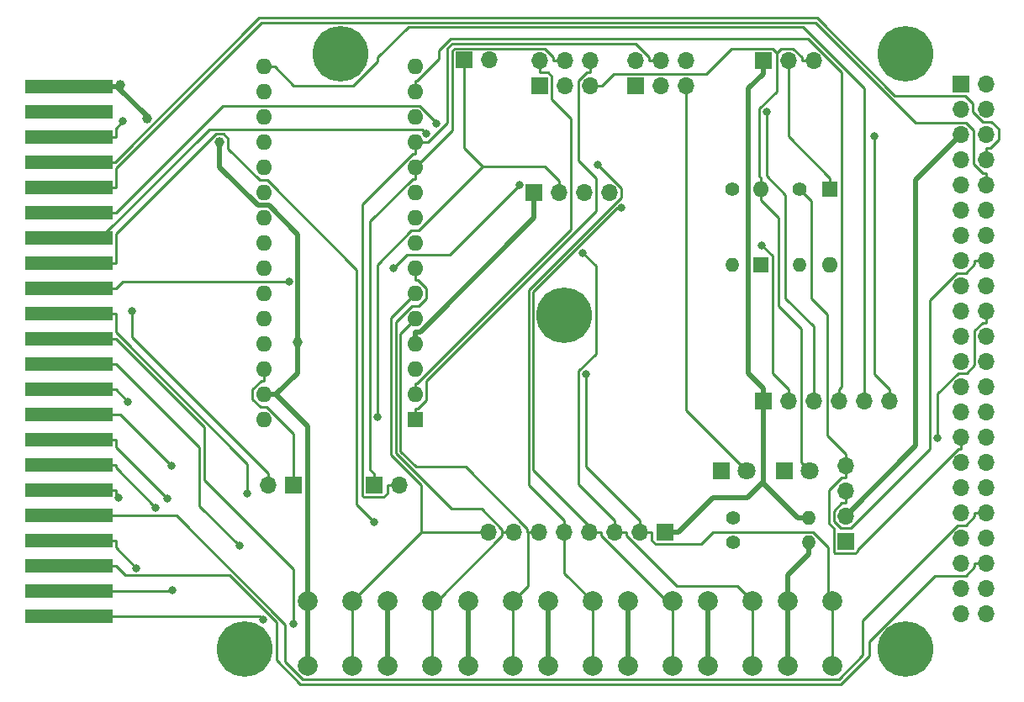
<source format=gbl>
G04 #@! TF.GenerationSoftware,KiCad,Pcbnew,8.0.9-8.0.9-0~ubuntu22.04.1*
G04 #@! TF.CreationDate,2025-06-10T23:15:17+02:00*
G04 #@! TF.ProjectId,comixino,636f6d69-7869-46e6-9f2e-6b696361645f,rev?*
G04 #@! TF.SameCoordinates,Original*
G04 #@! TF.FileFunction,Copper,L2,Bot*
G04 #@! TF.FilePolarity,Positive*
%FSLAX46Y46*%
G04 Gerber Fmt 4.6, Leading zero omitted, Abs format (unit mm)*
G04 Created by KiCad (PCBNEW 8.0.9-8.0.9-0~ubuntu22.04.1) date 2025-06-10 23:15:17*
%MOMM*%
%LPD*%
G01*
G04 APERTURE LIST*
G04 #@! TA.AperFunction,ComponentPad*
%ADD10C,1.400000*%
G04 #@! TD*
G04 #@! TA.AperFunction,ComponentPad*
%ADD11O,1.400000X1.400000*%
G04 #@! TD*
G04 #@! TA.AperFunction,ComponentPad*
%ADD12R,1.800000X1.800000*%
G04 #@! TD*
G04 #@! TA.AperFunction,ComponentPad*
%ADD13C,1.800000*%
G04 #@! TD*
G04 #@! TA.AperFunction,ComponentPad*
%ADD14C,5.600000*%
G04 #@! TD*
G04 #@! TA.AperFunction,ComponentPad*
%ADD15C,2.000000*%
G04 #@! TD*
G04 #@! TA.AperFunction,ComponentPad*
%ADD16R,1.600000X1.600000*%
G04 #@! TD*
G04 #@! TA.AperFunction,ComponentPad*
%ADD17O,1.600000X1.600000*%
G04 #@! TD*
G04 #@! TA.AperFunction,ComponentPad*
%ADD18R,1.700000X1.700000*%
G04 #@! TD*
G04 #@! TA.AperFunction,ComponentPad*
%ADD19O,1.700000X1.700000*%
G04 #@! TD*
G04 #@! TA.AperFunction,ConnectorPad*
%ADD20R,8.890000X1.397000*%
G04 #@! TD*
G04 #@! TA.AperFunction,ViaPad*
%ADD21C,0.800000*%
G04 #@! TD*
G04 #@! TA.AperFunction,ViaPad*
%ADD22C,1.000000*%
G04 #@! TD*
G04 #@! TA.AperFunction,Conductor*
%ADD23C,0.250000*%
G04 #@! TD*
G04 #@! TA.AperFunction,Conductor*
%ADD24C,0.500000*%
G04 #@! TD*
G04 APERTURE END LIST*
D10*
X135650000Y-109550000D03*
D11*
X143270000Y-109550000D03*
D10*
X135670000Y-107050000D03*
D11*
X143290000Y-107050000D03*
D12*
X140800000Y-102350000D03*
D13*
X143340000Y-102350000D03*
D12*
X134450000Y-102350000D03*
D13*
X136990000Y-102350000D03*
D14*
X96100000Y-60350000D03*
D15*
X121475000Y-115450000D03*
X121475000Y-121950000D03*
X116975000Y-115450000D03*
X116975000Y-121950000D03*
X113416700Y-115450000D03*
X113416700Y-121950000D03*
X108916700Y-115450000D03*
X108916700Y-121950000D03*
X105358300Y-115450000D03*
X105358300Y-121950000D03*
X100858300Y-115450000D03*
X100858300Y-121950000D03*
X137591700Y-115450000D03*
X137591700Y-121950000D03*
X133091700Y-115450000D03*
X133091700Y-121950000D03*
D14*
X86400000Y-120250000D03*
D16*
X138450000Y-81560000D03*
D17*
X138450000Y-73940000D03*
D16*
X103590000Y-97180000D03*
D17*
X103590000Y-94640000D03*
X103590000Y-92100000D03*
X103590000Y-89560000D03*
X103590000Y-87020000D03*
X103590000Y-84480000D03*
X103590000Y-81940000D03*
X103590000Y-79400000D03*
X103590000Y-76860000D03*
X103590000Y-74320000D03*
X103590000Y-71780000D03*
X103590000Y-69240000D03*
X103590000Y-66700000D03*
X103590000Y-64160000D03*
X103590000Y-61620000D03*
X88350000Y-61620000D03*
X88350000Y-64160000D03*
X88350000Y-66700000D03*
X88350000Y-69240000D03*
X88350000Y-71780000D03*
X88350000Y-74320000D03*
X88350000Y-76860000D03*
X88350000Y-79400000D03*
X88350000Y-81940000D03*
X88350000Y-84480000D03*
X88350000Y-87020000D03*
X88350000Y-89560000D03*
X88350000Y-92100000D03*
X88350000Y-94640000D03*
X88350000Y-97180000D03*
D18*
X125770000Y-63550000D03*
D19*
X125770000Y-61010000D03*
X128310000Y-63550000D03*
X128310000Y-61010000D03*
X130850000Y-63550000D03*
X130850000Y-61010000D03*
D14*
X152950000Y-60350000D03*
D15*
X97300000Y-115450000D03*
X97300000Y-121950000D03*
X92800000Y-115450000D03*
X92800000Y-121950000D03*
D18*
X138635000Y-61025000D03*
D19*
X141175000Y-61025000D03*
X143715000Y-61025000D03*
D15*
X145650000Y-115450000D03*
X145650000Y-121950000D03*
X141150000Y-115450000D03*
X141150000Y-121950000D03*
D10*
X142340000Y-73940000D03*
D11*
X142340000Y-81560000D03*
D18*
X146950000Y-109420000D03*
D19*
X146950000Y-106880000D03*
X146950000Y-104340000D03*
X146950000Y-101800000D03*
D10*
X135540000Y-73940000D03*
D11*
X135540000Y-81560000D03*
D18*
X128800000Y-108500000D03*
D19*
X126260000Y-108500000D03*
X123720000Y-108500000D03*
X121180000Y-108500000D03*
X118640000Y-108500000D03*
X116100000Y-108500000D03*
X113560000Y-108500000D03*
X111020000Y-108500000D03*
D14*
X152950000Y-120250000D03*
D18*
X116160000Y-63575000D03*
D19*
X116160000Y-61035000D03*
X118700000Y-63575000D03*
X118700000Y-61035000D03*
X121240000Y-63575000D03*
X121240000Y-61035000D03*
D15*
X129533300Y-115450000D03*
X129533300Y-121950000D03*
X125033300Y-115450000D03*
X125033300Y-121950000D03*
D14*
X118620000Y-86650000D03*
D16*
X145400000Y-73980000D03*
D17*
X145400000Y-81600000D03*
D18*
X99450000Y-103750000D03*
D19*
X101990000Y-103750000D03*
D18*
X138650000Y-95300000D03*
D19*
X141190000Y-95300000D03*
X143730000Y-95300000D03*
X146270000Y-95300000D03*
X148810000Y-95300000D03*
X151350000Y-95300000D03*
D18*
X158600000Y-63340000D03*
D19*
X161140000Y-63340000D03*
X158600000Y-65880000D03*
X161140000Y-65880000D03*
X158600000Y-68420000D03*
X161140000Y-68420000D03*
X158600000Y-70960000D03*
X161140000Y-70960000D03*
X158600000Y-73500000D03*
X161140000Y-73500000D03*
X158600000Y-76040000D03*
X161140000Y-76040000D03*
X158600000Y-78580000D03*
X161140000Y-78580000D03*
X158600000Y-81120000D03*
X161140000Y-81120000D03*
X158600000Y-83660000D03*
X161140000Y-83660000D03*
X158600000Y-86200000D03*
X161140000Y-86200000D03*
X158600000Y-88740000D03*
X161140000Y-88740000D03*
X158600000Y-91280000D03*
X161140000Y-91280000D03*
X158600000Y-93820000D03*
X161140000Y-93820000D03*
X158600000Y-96360000D03*
X161140000Y-96360000D03*
X158600000Y-98900000D03*
X161140000Y-98900000D03*
X158600000Y-101440000D03*
X161140000Y-101440000D03*
X158600000Y-103980000D03*
X161140000Y-103980000D03*
X158600000Y-106520000D03*
X161140000Y-106520000D03*
X158600000Y-109060000D03*
X161140000Y-109060000D03*
X158600000Y-111600000D03*
X161140000Y-111600000D03*
X158600000Y-114140000D03*
X161140000Y-114140000D03*
X158600000Y-116680000D03*
X161140000Y-116680000D03*
D18*
X108560000Y-60950000D03*
D19*
X111100000Y-60950000D03*
D18*
X115550000Y-74300000D03*
D19*
X118090000Y-74300000D03*
X120630000Y-74300000D03*
X123170000Y-74300000D03*
D18*
X91340000Y-103750000D03*
D19*
X88800000Y-103750000D03*
D20*
X68699400Y-63627100D03*
X68699400Y-66167100D03*
X68699400Y-68707100D03*
X68699400Y-71247100D03*
X68699400Y-73787100D03*
X68699400Y-76327100D03*
X68699400Y-78867100D03*
X68699400Y-81407100D03*
X68699400Y-83947100D03*
X68699400Y-86487100D03*
X68699400Y-89027100D03*
X68699400Y-91567100D03*
X68699400Y-94107100D03*
X68699400Y-96647100D03*
X68699400Y-99187100D03*
X68699400Y-101727100D03*
X68699400Y-104267100D03*
X68699400Y-106807100D03*
X68699400Y-109347100D03*
X68699400Y-111887100D03*
X68699400Y-114427100D03*
X68699400Y-116967100D03*
D21*
X99794200Y-96877700D03*
X138544800Y-79584800D03*
X122018600Y-71462900D03*
X120488000Y-80347500D03*
X124377900Y-75846900D03*
X149817000Y-68606900D03*
X138993300Y-66161800D03*
X114097100Y-73562400D03*
X101436100Y-81893400D03*
X120816400Y-92577200D03*
X99474400Y-107491600D03*
X75084500Y-86190900D03*
X75550700Y-112116100D03*
X88309600Y-117284300D03*
X74700900Y-95338500D03*
X156195400Y-99020900D03*
X86722900Y-104635700D03*
X77482600Y-106009300D03*
X85902200Y-109883100D03*
X91350700Y-117741400D03*
X90887400Y-83266100D03*
X104731000Y-68376600D03*
X74159000Y-67129100D03*
X79064400Y-101816200D03*
X105756600Y-67351100D03*
X79135300Y-114364100D03*
X73774600Y-105048000D03*
X78670600Y-105106800D03*
D22*
X73890900Y-63478900D03*
X76586200Y-66859000D03*
X83926700Y-69200400D03*
X91779600Y-89344800D03*
D23*
X116160000Y-61035000D02*
X116160000Y-62210100D01*
X103590000Y-94640000D02*
X103590000Y-93514900D01*
X103766400Y-93514900D02*
X103590000Y-93514900D01*
X119270100Y-78011200D02*
X103766400Y-93514900D01*
X119270100Y-66807400D02*
X119270100Y-78011200D01*
X117335100Y-64872400D02*
X119270100Y-66807400D01*
X117335100Y-62577300D02*
X117335100Y-64872400D01*
X116967900Y-62210100D02*
X117335100Y-62577300D01*
X116160000Y-62210100D02*
X116967900Y-62210100D01*
X118090000Y-74300000D02*
X118090000Y-73124900D01*
X108560000Y-60950000D02*
X108560000Y-62125100D01*
X116622400Y-71657300D02*
X110401600Y-71657300D01*
X118090000Y-73124900D02*
X116622400Y-71657300D01*
X108560000Y-69815700D02*
X110401600Y-71657300D01*
X108560000Y-62125100D02*
X108560000Y-69815700D01*
X139575200Y-92510100D02*
X141190000Y-94124900D01*
X139575200Y-80615200D02*
X139575200Y-92510100D01*
X138544800Y-79584800D02*
X139575200Y-80615200D01*
X141190000Y-95300000D02*
X141190000Y-94124900D01*
X103928900Y-78130000D02*
X110401600Y-71657300D01*
X103196900Y-78130000D02*
X103928900Y-78130000D01*
X99794200Y-81532700D02*
X103196900Y-78130000D01*
X99794200Y-96877700D02*
X99794200Y-81532700D01*
X121475000Y-121950000D02*
X121475000Y-115450000D01*
X118640000Y-112615000D02*
X121475000Y-115450000D01*
X118640000Y-108500000D02*
X118640000Y-112615000D01*
X118640000Y-108500000D02*
X118640000Y-107324900D01*
X124380500Y-73824800D02*
X122018600Y-71462900D01*
X124380500Y-74772400D02*
X124380500Y-73824800D01*
X115044600Y-84108300D02*
X124380500Y-74772400D01*
X115044600Y-103729500D02*
X115044600Y-84108300D01*
X118640000Y-107324900D02*
X115044600Y-103729500D01*
X128310000Y-61010000D02*
X127134900Y-61010000D01*
X103356800Y-70365100D02*
X103590000Y-70365100D01*
X98274900Y-75447000D02*
X103356800Y-70365100D01*
X98274900Y-104792500D02*
X98274900Y-75447000D01*
X98407600Y-104925200D02*
X98274900Y-104792500D01*
X100447600Y-104925200D02*
X98407600Y-104925200D01*
X100814900Y-104557900D02*
X100447600Y-104925200D01*
X100814900Y-103750000D02*
X100814900Y-104557900D01*
X101990000Y-103750000D02*
X100814900Y-103750000D01*
X103590000Y-69240000D02*
X103590000Y-70365100D01*
X104893400Y-69240000D02*
X103590000Y-69240000D01*
X106875200Y-67258200D02*
X104893400Y-69240000D01*
X106875200Y-59763500D02*
X106875200Y-67258200D01*
X107357000Y-59281700D02*
X106875200Y-59763500D01*
X125773800Y-59281700D02*
X107357000Y-59281700D01*
X127134900Y-60642800D02*
X125773800Y-59281700D01*
X127134900Y-61010000D02*
X127134900Y-60642800D01*
X137591700Y-121950000D02*
X137591700Y-115450000D01*
X124895100Y-108865300D02*
X124895100Y-108500000D01*
X129931400Y-113901600D02*
X124895100Y-108865300D01*
X136043300Y-113901600D02*
X129931400Y-113901600D01*
X137591700Y-115450000D02*
X136043300Y-113901600D01*
X123720000Y-108500000D02*
X123720000Y-107324900D01*
X120077000Y-103681900D02*
X123720000Y-107324900D01*
X120077000Y-92253900D02*
X120077000Y-103681900D01*
X121804000Y-90526900D02*
X120077000Y-92253900D01*
X121804000Y-81663500D02*
X121804000Y-90526900D01*
X120488000Y-80347500D02*
X121804000Y-81663500D01*
X123720000Y-108500000D02*
X124895100Y-108500000D01*
X103356800Y-72905100D02*
X103590000Y-72905100D01*
X99060500Y-77201400D02*
X103356800Y-72905100D01*
X99060500Y-102185400D02*
X99060500Y-77201400D01*
X99450000Y-102574900D02*
X99060500Y-102185400D01*
X99450000Y-103750000D02*
X99450000Y-102574900D01*
X103590000Y-71780000D02*
X103590000Y-72905100D01*
X107384900Y-67985100D02*
X103590000Y-71780000D01*
X107384900Y-59961400D02*
X107384900Y-67985100D01*
X107571500Y-59774800D02*
X107384900Y-59961400D01*
X116631900Y-59774800D02*
X107571500Y-59774800D01*
X117524900Y-60667800D02*
X116631900Y-59774800D01*
X117524900Y-61035000D02*
X117524900Y-60667800D01*
X118700000Y-61035000D02*
X117524900Y-61035000D01*
X103871400Y-96054900D02*
X103590000Y-96054900D01*
X104715100Y-95211200D02*
X103871400Y-96054900D01*
X104715100Y-93276800D02*
X104715100Y-95211200D01*
X121805800Y-76186100D02*
X104715100Y-93276800D01*
X121805800Y-72839400D02*
X121805800Y-76186100D01*
X120058200Y-71091800D02*
X121805800Y-72839400D01*
X120058200Y-63024700D02*
X120058200Y-71091800D01*
X120872800Y-62210100D02*
X120058200Y-63024700D01*
X121240000Y-62210100D02*
X120872800Y-62210100D01*
X121240000Y-61035000D02*
X121240000Y-62210100D01*
X103590000Y-97180000D02*
X103590000Y-96054900D01*
X128937900Y-115450000D02*
X129533300Y-115450000D01*
X122355100Y-108867200D02*
X128937900Y-115450000D01*
X122355100Y-108500000D02*
X122355100Y-108867200D01*
X129533300Y-115450000D02*
X129533300Y-121950000D01*
X121180000Y-108500000D02*
X121767600Y-108500000D01*
X121767600Y-108500000D02*
X122355100Y-108500000D01*
X123942700Y-75846900D02*
X124377900Y-75846900D01*
X115494800Y-84294800D02*
X123942700Y-75846900D01*
X115494800Y-102227200D02*
X115494800Y-84294800D01*
X121767600Y-108500000D02*
X115494800Y-102227200D01*
X151350000Y-95300000D02*
X151350000Y-94124900D01*
X149817000Y-92591900D02*
X149817000Y-68606900D01*
X151350000Y-94124900D02*
X149817000Y-92591900D01*
X113560000Y-108500000D02*
X112384900Y-108500000D01*
X103590000Y-81940000D02*
X103590000Y-83065100D01*
X103871300Y-83065100D02*
X103590000Y-83065100D01*
X104756900Y-83950700D02*
X103871300Y-83065100D01*
X104756900Y-84977300D02*
X104756900Y-83950700D01*
X103984200Y-85750000D02*
X104756900Y-84977300D01*
X103263300Y-85750000D02*
X103984200Y-85750000D01*
X101665300Y-87348000D02*
X103263300Y-85750000D01*
X101665300Y-100510000D02*
X101665300Y-87348000D01*
X107305200Y-106149900D02*
X101665300Y-100510000D01*
X110339100Y-106149900D02*
X107305200Y-106149900D01*
X112384900Y-108195700D02*
X110339100Y-106149900D01*
X112384900Y-108500000D02*
X112384900Y-108195700D01*
X105796900Y-115450000D02*
X105358300Y-115450000D01*
X112384900Y-108862000D02*
X105796900Y-115450000D01*
X112384900Y-108500000D02*
X112384900Y-108862000D01*
X105358300Y-115450000D02*
X105358300Y-121950000D01*
X148810000Y-95300000D02*
X148810000Y-94124900D01*
X88350000Y-61620000D02*
X89475100Y-61620000D01*
X148810000Y-63780300D02*
X148810000Y-94124900D01*
X142644500Y-57614800D02*
X148810000Y-63780300D01*
X102915100Y-57614800D02*
X142644500Y-57614800D01*
X99834900Y-60695000D02*
X102915100Y-57614800D01*
X99834900Y-61042600D02*
X99834900Y-60695000D01*
X97362900Y-63514600D02*
X99834900Y-61042600D01*
X91369700Y-63514600D02*
X97362900Y-63514600D01*
X89475100Y-61620000D02*
X91369700Y-63514600D01*
X138993300Y-72589600D02*
X138993300Y-66161800D01*
X140907500Y-74503800D02*
X138993300Y-72589600D01*
X140907500Y-84949400D02*
X140907500Y-74503800D01*
X143730000Y-87771900D02*
X140907500Y-84949400D01*
X143730000Y-95300000D02*
X143730000Y-87771900D01*
X113416700Y-121950000D02*
X113416700Y-115450000D01*
X116100000Y-108500000D02*
X114935700Y-108500000D01*
X114925000Y-108489300D02*
X114935700Y-108500000D01*
X114924900Y-108489300D02*
X114925000Y-108489300D01*
X114924900Y-108132800D02*
X114924900Y-108489300D01*
X108691500Y-101899400D02*
X114924900Y-108132800D01*
X103691400Y-101899400D02*
X108691500Y-101899400D01*
X102115500Y-100323500D02*
X103691400Y-101899400D01*
X102115500Y-88494500D02*
X102115500Y-100323500D01*
X103590000Y-87020000D02*
X102115500Y-88494500D01*
X114935700Y-113931000D02*
X113416700Y-115450000D01*
X114935700Y-108500000D02*
X114935700Y-113931000D01*
D24*
X154020400Y-99809600D02*
X146950000Y-106880000D01*
X154020400Y-72999600D02*
X154020400Y-99809600D01*
X158600000Y-68420000D02*
X154020400Y-72999600D01*
D23*
X146270000Y-95300000D02*
X146270000Y-94124900D01*
X103590000Y-64160000D02*
X103590000Y-63034900D01*
X103823100Y-63034900D02*
X103590000Y-63034900D01*
X105991800Y-60866200D02*
X103823100Y-63034900D01*
X105991800Y-59980200D02*
X105991800Y-60866200D01*
X107190300Y-58781700D02*
X105991800Y-59980200D01*
X143169100Y-58781700D02*
X107190300Y-58781700D01*
X146525200Y-62137800D02*
X143169100Y-58781700D01*
X146525200Y-93869700D02*
X146525200Y-62137800D01*
X146270000Y-94124900D02*
X146525200Y-93869700D01*
X107134300Y-80525200D02*
X114097100Y-73562400D01*
X102804300Y-80525200D02*
X107134300Y-80525200D01*
X101436100Y-81893400D02*
X102804300Y-80525200D01*
X145650000Y-121950000D02*
X145650000Y-115450000D01*
X126260000Y-108500000D02*
X127435100Y-108500000D01*
X120816400Y-101881300D02*
X120816400Y-92577200D01*
X126260000Y-107324900D02*
X120816400Y-101881300D01*
X126260000Y-108500000D02*
X126260000Y-107324900D01*
X127435100Y-109307900D02*
X127435100Y-108500000D01*
X127802400Y-109675200D02*
X127435100Y-109307900D01*
X132435400Y-109675200D02*
X127802400Y-109675200D01*
X133636400Y-108474200D02*
X132435400Y-109675200D01*
X143669200Y-108474200D02*
X133636400Y-108474200D01*
X145199900Y-110004900D02*
X143669200Y-108474200D01*
X145199900Y-114999900D02*
X145199900Y-110004900D01*
X145650000Y-115450000D02*
X145199900Y-114999900D01*
X88116800Y-93225100D02*
X88350000Y-93225100D01*
X87208500Y-94133400D02*
X88116800Y-93225100D01*
X87208500Y-95090100D02*
X87208500Y-94133400D01*
X88028400Y-95910000D02*
X87208500Y-95090100D01*
X88672400Y-95910000D02*
X88028400Y-95910000D01*
X91340000Y-98577600D02*
X88672400Y-95910000D01*
X91340000Y-103750000D02*
X91340000Y-98577600D01*
X88350000Y-92100000D02*
X88350000Y-93225100D01*
X97300000Y-115450000D02*
X97300000Y-121950000D01*
X111020000Y-108500000D02*
X110432500Y-108500000D01*
X101192900Y-86877100D02*
X103590000Y-84480000D01*
X101192900Y-100677400D02*
X101192900Y-86877100D01*
X104250000Y-103734500D02*
X101192900Y-100677400D01*
X104250000Y-108500000D02*
X104250000Y-103734500D01*
X97300000Y-115450000D02*
X104250000Y-108500000D01*
X104250000Y-108500000D02*
X110432500Y-108500000D01*
X138450000Y-73940000D02*
X138450000Y-75065100D01*
X143715000Y-61025000D02*
X142539900Y-61025000D01*
X138450000Y-73940000D02*
X138450000Y-72814900D01*
X140433000Y-59796900D02*
X139999800Y-60230100D01*
X141679000Y-59796900D02*
X140433000Y-59796900D01*
X142539900Y-60657800D02*
X141679000Y-59796900D01*
X142539900Y-61025000D02*
X142539900Y-60657800D01*
X139619500Y-59849800D02*
X139999800Y-60230100D01*
X135467800Y-59849800D02*
X139619500Y-59849800D01*
X132942800Y-62374800D02*
X135467800Y-59849800D01*
X123615300Y-62374800D02*
X132942800Y-62374800D01*
X122415100Y-63575000D02*
X123615300Y-62374800D01*
X121240000Y-63575000D02*
X122415100Y-63575000D01*
X140214800Y-76829900D02*
X138450000Y-75065100D01*
X140214800Y-85721200D02*
X140214800Y-76829900D01*
X142460000Y-87966400D02*
X140214800Y-85721200D01*
X142460000Y-101470000D02*
X142460000Y-87966400D01*
X143340000Y-102350000D02*
X142460000Y-101470000D01*
X138268200Y-72633100D02*
X138450000Y-72814900D01*
X138268200Y-65861500D02*
X138268200Y-72633100D01*
X139999800Y-64129900D02*
X138268200Y-65861500D01*
X139999800Y-60230100D02*
X139999800Y-64129900D01*
X141175000Y-61025000D02*
X141175000Y-62200100D01*
X130850000Y-63550000D02*
X130850000Y-64725100D01*
X130850000Y-96210000D02*
X130850000Y-64725100D01*
X136990000Y-102350000D02*
X130850000Y-96210000D01*
X141175000Y-68629900D02*
X145400000Y-72854900D01*
X141175000Y-62200100D02*
X141175000Y-68629900D01*
X145400000Y-73980000D02*
X145400000Y-72854900D01*
X68699400Y-81407100D02*
X73469500Y-81407100D01*
X146950000Y-104340000D02*
X146950000Y-105515100D01*
X161140000Y-81120000D02*
X159964900Y-81120000D01*
X146582800Y-105515100D02*
X146950000Y-105515100D01*
X145758800Y-106339100D02*
X146582800Y-105515100D01*
X145758800Y-107391500D02*
X145758800Y-106339100D01*
X146452100Y-108084800D02*
X145758800Y-107391500D01*
X147453000Y-108084800D02*
X146452100Y-108084800D01*
X155470300Y-100067500D02*
X147453000Y-108084800D01*
X155470300Y-85087800D02*
X155470300Y-100067500D01*
X158168100Y-82390000D02*
X155470300Y-85087800D01*
X159060100Y-82390000D02*
X158168100Y-82390000D01*
X159964900Y-81485200D02*
X159060100Y-82390000D01*
X159964900Y-81120000D02*
X159964900Y-81485200D01*
X97718700Y-105735900D02*
X99474400Y-107491600D01*
X97718700Y-82063400D02*
X97718700Y-105735900D01*
X88705300Y-73050000D02*
X97718700Y-82063400D01*
X87953100Y-73050000D02*
X88705300Y-73050000D01*
X84751800Y-69848700D02*
X87953100Y-73050000D01*
X84751800Y-68833700D02*
X84751800Y-69848700D01*
X84293200Y-68375100D02*
X84751800Y-68833700D01*
X83524200Y-68375100D02*
X84293200Y-68375100D01*
X73469500Y-78429800D02*
X83524200Y-68375100D01*
X73469500Y-81407100D02*
X73469500Y-78429800D01*
X88800000Y-103750000D02*
X88800000Y-102574900D01*
X75084500Y-88859400D02*
X75084500Y-86190900D01*
X88800000Y-102574900D02*
X75084500Y-88859400D01*
X68699400Y-109347100D02*
X73469500Y-109347100D01*
X73469500Y-110034900D02*
X75550700Y-112116100D01*
X73469500Y-109347100D02*
X73469500Y-110034900D01*
X68699400Y-116967100D02*
X73469500Y-116967100D01*
X87992400Y-116967100D02*
X88309600Y-117284300D01*
X73469500Y-116967100D02*
X87992400Y-116967100D01*
X68699400Y-94107100D02*
X73469500Y-94107100D01*
X73469500Y-94107100D02*
X74700900Y-95338500D01*
X161140000Y-86200000D02*
X161140000Y-87375100D01*
X156195400Y-94560300D02*
X156195400Y-99020900D01*
X158300500Y-92455200D02*
X156195400Y-94560300D01*
X159176300Y-92455200D02*
X158300500Y-92455200D01*
X159964900Y-91666600D02*
X159176300Y-92455200D01*
X159964900Y-88182900D02*
X159964900Y-91666600D01*
X160772700Y-87375100D02*
X159964900Y-88182900D01*
X161140000Y-87375100D02*
X160772700Y-87375100D01*
X68699400Y-86487100D02*
X73469500Y-86487100D01*
X86722900Y-101614300D02*
X86722900Y-104635700D01*
X73469500Y-88360900D02*
X86722900Y-101614300D01*
X73469500Y-86487100D02*
X73469500Y-88360900D01*
X68699400Y-101727100D02*
X73469500Y-101727100D01*
X73469500Y-101996200D02*
X77482600Y-106009300D01*
X73469500Y-101727100D02*
X73469500Y-101996200D01*
X81882400Y-99980000D02*
X73469500Y-91567100D01*
X81882400Y-105863300D02*
X81882400Y-99980000D01*
X85902200Y-109883100D02*
X81882400Y-105863300D01*
X68699400Y-91567100D02*
X73469500Y-91567100D01*
X160774700Y-72324900D02*
X161140000Y-72324900D01*
X159870000Y-71420200D02*
X160774700Y-72324900D01*
X159870000Y-68000200D02*
X159870000Y-71420200D01*
X159114600Y-67244800D02*
X159870000Y-68000200D01*
X153992600Y-67244800D02*
X159114600Y-67244800D01*
X143912400Y-57164600D02*
X153992600Y-67244800D01*
X88171300Y-57164600D02*
X143912400Y-57164600D01*
X73469500Y-71866400D02*
X88171300Y-57164600D01*
X73469500Y-73787100D02*
X73469500Y-71866400D01*
X68699400Y-73787100D02*
X73469500Y-73787100D01*
X161140000Y-73500000D02*
X161140000Y-72324900D01*
X68699400Y-89027100D02*
X73469500Y-89027100D01*
X91350700Y-112224400D02*
X91350700Y-117741400D01*
X82332600Y-103206300D02*
X91350700Y-112224400D01*
X82332600Y-97890200D02*
X82332600Y-103206300D01*
X73469500Y-89027100D02*
X82332600Y-97890200D01*
X161140000Y-70960000D02*
X161140000Y-69784900D01*
X73365200Y-71247100D02*
X68699400Y-71247100D01*
X87897900Y-56714400D02*
X73365200Y-71247100D01*
X144098900Y-56714400D02*
X87897900Y-56714400D01*
X151899900Y-64515400D02*
X144098900Y-56714400D01*
X158960400Y-64515400D02*
X151899900Y-64515400D01*
X159775100Y-65330100D02*
X158960400Y-64515400D01*
X159775100Y-66179200D02*
X159775100Y-65330100D01*
X160745900Y-67150000D02*
X159775100Y-66179200D01*
X161632300Y-67150000D02*
X160745900Y-67150000D01*
X162341200Y-67858900D02*
X161632300Y-67150000D01*
X162341200Y-68948900D02*
X162341200Y-67858900D01*
X161505200Y-69784900D02*
X162341200Y-68948900D01*
X161140000Y-69784900D02*
X161505200Y-69784900D01*
X68699400Y-83947100D02*
X73469500Y-83947100D01*
X90887400Y-83266200D02*
X90887400Y-83266100D01*
X74150400Y-83266200D02*
X90887400Y-83266200D01*
X73469500Y-83947100D02*
X74150400Y-83266200D01*
X104279400Y-67925000D02*
X104731000Y-68376600D01*
X82855900Y-67925000D02*
X104279400Y-67925000D01*
X71913800Y-78867100D02*
X82855900Y-67925000D01*
X68699400Y-78867100D02*
X71913800Y-78867100D01*
X68699400Y-68707100D02*
X73469500Y-68707100D01*
X73469500Y-67818600D02*
X74159000Y-67129100D01*
X73469500Y-68707100D02*
X73469500Y-67818600D01*
X73895300Y-96647100D02*
X79064400Y-101816200D01*
X68699400Y-96647100D02*
X73895300Y-96647100D01*
X143505000Y-75105000D02*
X142340000Y-73940000D01*
X143505000Y-84937800D02*
X143505000Y-75105000D01*
X145094800Y-86527600D02*
X143505000Y-84937800D01*
X145094800Y-98769700D02*
X145094800Y-86527600D01*
X146950000Y-100624900D02*
X145094800Y-98769700D01*
X146950000Y-101800000D02*
X146950000Y-100624900D01*
X158600000Y-98900000D02*
X158600000Y-100075100D01*
X146950000Y-101800000D02*
X146950000Y-102975100D01*
X158293700Y-100075100D02*
X158600000Y-100075100D01*
X148125100Y-110243700D02*
X158293700Y-100075100D01*
X148125100Y-110404600D02*
X148125100Y-110243700D01*
X147934500Y-110595200D02*
X148125100Y-110404600D01*
X145883500Y-110595200D02*
X147934500Y-110595200D01*
X145774800Y-110486500D02*
X145883500Y-110595200D01*
X145774800Y-108085000D02*
X145774800Y-110486500D01*
X145308600Y-107618800D02*
X145774800Y-108085000D01*
X145308600Y-104251200D02*
X145308600Y-107618800D01*
X146584700Y-102975100D02*
X145308600Y-104251200D01*
X146950000Y-102975100D02*
X146584700Y-102975100D01*
X68699400Y-76327100D02*
X73469500Y-76327100D01*
X105756600Y-67257700D02*
X105756600Y-67351100D01*
X104073700Y-65574800D02*
X105756600Y-67257700D01*
X84221800Y-65574800D02*
X104073700Y-65574800D01*
X73469500Y-76327100D02*
X84221800Y-65574800D01*
X68699400Y-114427100D02*
X73469500Y-114427100D01*
X79072300Y-114427100D02*
X79135300Y-114364100D01*
X73469500Y-114427100D02*
X79072300Y-114427100D01*
X159964900Y-111965200D02*
X159964900Y-111600000D01*
X159060100Y-112870000D02*
X159964900Y-111965200D01*
X155907500Y-112870000D02*
X159060100Y-112870000D01*
X149302800Y-119474700D02*
X155907500Y-112870000D01*
X149302800Y-120925900D02*
X149302800Y-119474700D01*
X146442900Y-123785800D02*
X149302800Y-120925900D01*
X92047000Y-123785800D02*
X146442900Y-123785800D01*
X89624800Y-121363600D02*
X92047000Y-123785800D01*
X89624800Y-117570500D02*
X89624800Y-121363600D01*
X84895600Y-112841300D02*
X89624800Y-117570500D01*
X74423700Y-112841300D02*
X84895600Y-112841300D01*
X73469500Y-111887100D02*
X74423700Y-112841300D01*
X68699400Y-111887100D02*
X73469500Y-111887100D01*
X161140000Y-111600000D02*
X159964900Y-111600000D01*
X73469500Y-104742900D02*
X73774600Y-105048000D01*
X73469500Y-104267100D02*
X73469500Y-104742900D01*
X68699400Y-104267100D02*
X73469500Y-104267100D01*
X68699400Y-99187100D02*
X73469500Y-99187100D01*
X73469500Y-99905700D02*
X78670600Y-105106800D01*
X73469500Y-99187100D02*
X73469500Y-99905700D01*
D24*
X68699400Y-63627100D02*
X73594500Y-63627100D01*
X104108000Y-88309900D02*
X103590000Y-88309900D01*
X115550000Y-76867900D02*
X104108000Y-88309900D01*
X115550000Y-74300000D02*
X115550000Y-76867900D01*
X103590000Y-89560000D02*
X103590000Y-88309900D01*
X138635000Y-61025000D02*
X138635000Y-62325100D01*
X138650000Y-95300000D02*
X138650000Y-93999900D01*
X125033300Y-121950000D02*
X125033300Y-115450000D01*
X133091700Y-121950000D02*
X133091700Y-115450000D01*
X108916700Y-121950000D02*
X108916700Y-115450000D01*
X116975000Y-121950000D02*
X116975000Y-115450000D01*
X138650000Y-95300000D02*
X138650000Y-96600100D01*
X88350000Y-94640000D02*
X89600100Y-94640000D01*
X128800000Y-108500000D02*
X130100100Y-108500000D01*
X100858300Y-121950000D02*
X100858300Y-115450000D01*
X143290000Y-107050000D02*
X142139900Y-107050000D01*
X138597500Y-103507500D02*
X142139900Y-107050000D01*
X138650000Y-103455000D02*
X138597500Y-103507500D01*
X138650000Y-96600100D02*
X138650000Y-103455000D01*
X133565800Y-105034300D02*
X130100100Y-108500000D01*
X137070700Y-105034300D02*
X133565800Y-105034300D01*
X138597500Y-103507500D02*
X137070700Y-105034300D01*
X141150000Y-121950000D02*
X141150000Y-115450000D01*
X141150000Y-112820100D02*
X143270000Y-110700100D01*
X141150000Y-115450000D02*
X141150000Y-112820100D01*
X143270000Y-109550000D02*
X143270000Y-110700100D01*
X73742700Y-63478900D02*
X73890900Y-63478900D01*
X73594500Y-63627100D02*
X73742700Y-63478900D01*
X91779600Y-92460500D02*
X89600100Y-94640000D01*
X91779600Y-89344800D02*
X91779600Y-92460500D01*
X137172200Y-92522100D02*
X138650000Y-93999900D01*
X137172200Y-63787900D02*
X137172200Y-92522100D01*
X138635000Y-62325100D02*
X137172200Y-63787900D01*
X92800000Y-97839900D02*
X92800000Y-115450000D01*
X89600100Y-94640000D02*
X92800000Y-97839900D01*
X92800000Y-115450000D02*
X92800000Y-121950000D01*
X76586200Y-66618800D02*
X76586200Y-66859000D01*
X73594500Y-63627100D02*
X76586200Y-66618800D01*
X83926700Y-71719200D02*
X83926700Y-69200400D01*
X87797500Y-75590000D02*
X83926700Y-71719200D01*
X88867100Y-75590000D02*
X87797500Y-75590000D01*
X91779600Y-78502500D02*
X88867100Y-75590000D01*
X91779600Y-89344800D02*
X91779600Y-78502500D01*
D23*
X161140000Y-106520000D02*
X159964900Y-106520000D01*
X68699400Y-106807100D02*
X73469500Y-106807100D01*
X79537400Y-106807100D02*
X73469500Y-106807100D01*
X90493100Y-117762800D02*
X79537400Y-106807100D01*
X90493100Y-121526200D02*
X90493100Y-117762800D01*
X92246600Y-123279700D02*
X90493100Y-121526200D01*
X146257100Y-123279700D02*
X92246600Y-123279700D01*
X148649000Y-120887800D02*
X146257100Y-123279700D01*
X148649000Y-117346700D02*
X148649000Y-120887800D01*
X158205700Y-107790000D02*
X148649000Y-117346700D01*
X159060100Y-107790000D02*
X158205700Y-107790000D01*
X159964900Y-106885200D02*
X159060100Y-107790000D01*
X159964900Y-106520000D02*
X159964900Y-106885200D01*
M02*

</source>
